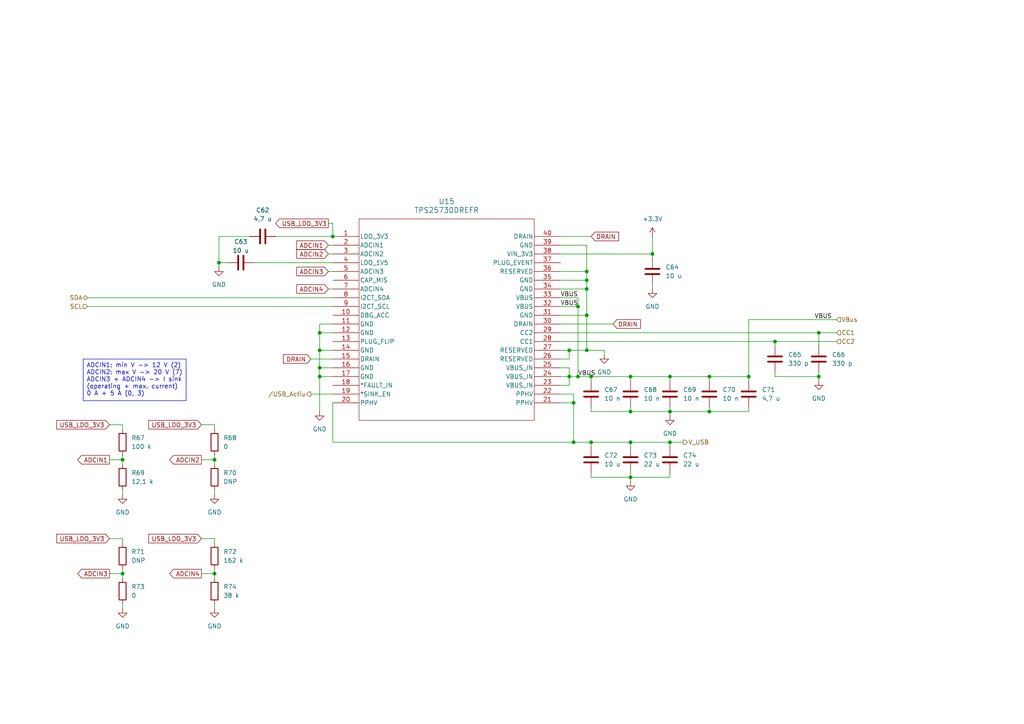
<source format=kicad_sch>
(kicad_sch (version 20231120) (generator "eeschema") (generator_version "8.0")
  (paper "A4")
  (lib_symbols
    (symbol "Device:C" (pin_numbers hide) (pin_names (offset 0.254))
      (property "Reference" "C" (at 0.635 2.54 0))
      (property "Value" "C" (at 0.635 -2.54 0))
      (symbol "C_0_1"
        (polyline (pts (xy -2.032 -0.762) (xy 2.032 -0.762)) (stroke (width 0.508)))
        (polyline (pts (xy -2.032 0.762) (xy 2.032 0.762)) (stroke (width 0.508)))
      )
      (symbol "C_1_1"
        (pin passive line (at 0 3.81 270) (length 2.794) (name "~") (number "1"))
        (pin passive line (at 0 -3.81 90) (length 2.794) (name "~") (number "2"))
      )
    )
    (symbol "Device:R" (pin_numbers hide) (pin_names (offset 0))
      (property "Reference" "R" (at 2.032 0 90))
      (property "Value" "R" (at 0 0 90))
      (symbol "R_0_1"
        (rectangle (start -1.016 -2.54) (end 1.016 2.54) (stroke (width 0.254)))
      )
      (symbol "R_1_1"
        (pin passive line (at 0 3.81 270) (length 1.27) (name "~") (number "1"))
        (pin passive line (at 0 -3.81 90) (length 1.27) (name "~") (number "2"))
      )
    )
    (symbol "TPS25730D:TPS25730DREFR" (pin_names (offset 0.254))
      (property "Reference" "U" (at 33.02 10.16 0))
      (property "Value" "TPS25730DREFR" (at 33.02 7.62 0))
      (symbol "TPS25730DREFR_0_1"
        (polyline (pts (xy 7.62 -53.34) (xy 58.42 -53.34)) (stroke (width 0.127)))
        (polyline (pts (xy 7.62 5.08) (xy 7.62 -53.34)) (stroke (width 0.127)))
        (polyline (pts (xy 58.42 -53.34) (xy 58.42 5.08)) (stroke (width 0.127)))
        (polyline (pts (xy 58.42 5.08) (xy 7.62 5.08)) (stroke (width 0.127)))
        (pin output line (at 0 0 0) (length 7.62) (name "LDO_3V3") (number "1"))
        (pin output line (at 0 -22.86 0) (length 7.62) (name "DBG_ACC") (number "10"))
        (pin power_out line (at 0 -25.4 0) (length 7.62) (name "GND") (number "11"))
        (pin power_out line (at 0 -27.94 0) (length 7.62) (name "GND") (number "12"))
        (pin output line (at 0 -30.48 0) (length 7.62) (name "PLUG_FLIP") (number "13"))
        (pin power_out line (at 0 -33.02 0) (length 7.62) (name "GND") (number "14"))
        (pin unspecified line (at 0 -35.56 0) (length 7.62) (name "DRAIN") (number "15"))
        (pin power_out line (at 0 -38.1 0) (length 7.62) (name "GND") (number "16"))
        (pin power_out line (at 0 -40.64 0) (length 7.62) (name "GND") (number "17"))
        (pin input line (at 0 -43.18 0) (length 7.62) (name "*FAULT_IN") (number "18"))
        (pin output line (at 0 -45.72 0) (length 7.62) (name "*SINK_EN") (number "19"))
        (pin input line (at 0 -2.54 0) (length 7.62) (name "ADCIN1") (number "2"))
        (pin bidirectional line (at 0 -48.26 0) (length 7.62) (name "PPHV") (number "20"))
        (pin bidirectional line (at 66.04 -48.26 180) (length 7.62) (name "PPHV") (number "21"))
        (pin bidirectional line (at 66.04 -45.72 180) (length 7.62) (name "PPHV") (number "22"))
        (pin bidirectional line (at 66.04 -43.18 180) (length 7.62) (name "VBUS_IN") (number "23"))
        (pin bidirectional line (at 66.04 -40.64 180) (length 7.62) (name "VBUS_IN") (number "24"))
        (pin bidirectional line (at 66.04 -38.1 180) (length 7.62) (name "VBUS_IN") (number "25"))
        (pin input line (at 66.04 -35.56 180) (length 7.62) (name "RESERVED") (number "26"))
        (pin input line (at 66.04 -33.02 180) (length 7.62) (name "RESERVED") (number "27"))
        (pin bidirectional line (at 66.04 -30.48 180) (length 7.62) (name "CC1") (number "28"))
        (pin bidirectional line (at 66.04 -27.94 180) (length 7.62) (name "CC2") (number "29"))
        (pin input line (at 0 -5.08 0) (length 7.62) (name "ADCIN2") (number "3"))
        (pin unspecified line (at 66.04 -25.4 180) (length 7.62) (name "DRAIN") (number "30"))
        (pin power_out line (at 66.04 -22.86 180) (length 7.62) (name "GND") (number "31"))
        (pin output line (at 66.04 -20.32 180) (length 7.62) (name "VBUS") (number "32"))
        (pin output line (at 66.04 -17.78 180) (length 7.62) (name "VBUS") (number "33"))
        (pin power_out line (at 66.04 -15.24 180) (length 7.62) (name "GND") (number "34"))
        (pin power_out line (at 66.04 -12.7 180) (length 7.62) (name "GND") (number "35"))
        (pin input line (at 66.04 -10.16 180) (length 7.62) (name "RESERVED") (number "36"))
        (pin output line (at 66.04 -7.62 180) (length 7.62) (name "PLUG_EVENT") (number "37"))
        (pin input line (at 66.04 -5.08 180) (length 7.62) (name "VIN_3V3") (number "38"))
        (pin power_out line (at 66.04 -2.54 180) (length 7.62) (name "GND") (number "39"))
        (pin output line (at 0 -7.62 0) (length 7.62) (name "LDO_1V5") (number "4"))
        (pin unspecified line (at 66.04 0 180) (length 7.62) (name "DRAIN") (number "40"))
        (pin input line (at 0 -10.16 0) (length 7.62) (name "ADCIN3") (number "5"))
        (pin output line (at 0 -12.7 0) (length 7.62) (name "CAP_MIS") (number "6"))
        (pin input line (at 0 -15.24 0) (length 7.62) (name "ADCIN4") (number "7"))
        (pin bidirectional line (at 0 -17.78 0) (length 7.62) (name "I2CT_SDA") (number "8"))
        (pin input line (at 0 -20.32 0) (length 7.62) (name "I2CT_SCL") (number "9"))
      )
    )
    (symbol "power:+3.3V" (power) (pin_numbers hide) (pin_names (offset 0) hide)
      (property "Value" "+3.3V" (at 0 3.556 0))
      (symbol "+3.3V_0_1"
        (polyline (pts (xy -0.762 1.27) (xy 0 2.54)))
        (polyline (pts (xy 0 0) (xy 0 2.54)))
        (polyline (pts (xy 0 2.54) (xy 0.762 1.27)))
      )
      (symbol "+3.3V_1_1"
        (pin power_in line (at 0 0 90) (length 0) (name "~") (number "1"))
      )
    )
    (symbol "power:GND" (power) (pin_numbers hide) (pin_names (offset 0) hide)
      (property "Value" "GND" (at 0 -3.81 0))
      (symbol "GND_0_1"
        (polyline (pts (xy 0 0) (xy 0 -1.27) (xy 1.27 -1.27) (xy 0 -2.54) (xy -1.27 -1.27) (xy 0 -1.27)))
      )
      (symbol "GND_1_1"
        (pin power_in line (at 0 0 270) (length 0) (name "~") (number "1"))
      )
    )
  )
  (junction (at 194.31 119.38))
  (junction (at 35.56 133.35))
  (junction (at 165.1 101.6))
  (junction (at 170.18 81.28))
  (junction (at 205.74 109.22))
  (junction (at 170.18 101.6))
  (junction (at 92.71 101.6))
  (junction (at 182.88 119.38))
  (junction (at 205.74 119.38))
  (junction (at 217.17 109.22))
  (junction (at 62.23 133.35))
  (junction (at 237.49 96.52))
  (junction (at 182.88 109.22))
  (junction (at 35.56 166.37))
  (junction (at 170.18 83.82))
  (junction (at 166.37 116.84))
  (junction (at 92.71 109.22))
  (junction (at 165.1 109.22))
  (junction (at 194.31 128.27))
  (junction (at 62.23 166.37))
  (junction (at 92.71 96.52))
  (junction (at 171.45 109.22))
  (junction (at 170.18 78.74))
  (junction (at 167.64 109.22))
  (junction (at 182.88 128.27))
  (junction (at 182.88 138.43))
  (junction (at 166.37 128.27))
  (junction (at 224.79 99.06))
  (junction (at 171.45 128.27))
  (junction (at 63.5 76.2))
  (junction (at 167.64 88.9))
  (junction (at 194.31 109.22))
  (junction (at 170.18 91.44))
  (junction (at 189.23 73.66))
  (junction (at 92.71 106.68))
  (junction (at 237.49 109.22))
  (junction (at 96.52 68.58))
  (wire (pts (xy 205.74 119.38) (xy 205.74 118.11)))
  (wire (pts (xy 35.56 156.21) (xy 35.56 157.48)))
  (wire (pts (xy 237.49 100.33) (xy 237.49 96.52)))
  (wire (pts (xy 162.56 93.98) (xy 177.8 93.98)))
  (wire (pts (xy 162.56 96.52) (xy 237.49 96.52)))
  (wire (pts (xy 96.52 128.27) (xy 166.37 128.27)))
  (wire (pts (xy 166.37 114.3) (xy 166.37 116.84)))
  (wire (pts (xy 35.56 132.08) (xy 35.56 133.35)))
  (wire (pts (xy 224.79 99.06) (xy 242.57 99.06)))
  (wire (pts (xy 92.71 106.68) (xy 96.52 106.68)))
  (wire (pts (xy 194.31 128.27) (xy 194.31 129.54)))
  (wire (pts (xy 35.56 133.35) (xy 35.56 134.62)))
  (wire (pts (xy 62.23 132.08) (xy 62.23 133.35)))
  (wire (pts (xy 170.18 81.28) (xy 170.18 83.82)))
  (wire (pts (xy 217.17 109.22) (xy 217.17 110.49)))
  (wire (pts (xy 175.26 101.6) (xy 175.26 102.87)))
  (wire (pts (xy 162.56 111.76) (xy 165.1 111.76)))
  (wire (pts (xy 166.37 128.27) (xy 171.45 128.27)))
  (wire (pts (xy 25.4 88.9) (xy 96.52 88.9)))
  (wire (pts (xy 224.79 99.06) (xy 224.79 100.33)))
  (wire (pts (xy 95.25 78.74) (xy 96.52 78.74)))
  (wire (pts (xy 165.1 111.76) (xy 165.1 109.22)))
  (wire (pts (xy 217.17 92.71) (xy 242.57 92.71)))
  (wire (pts (xy 73.66 76.2) (xy 96.52 76.2)))
  (wire (pts (xy 165.1 101.6) (xy 170.18 101.6)))
  (wire (pts (xy 62.23 133.35) (xy 62.23 134.62)))
  (wire (pts (xy 95.25 64.77) (xy 96.52 64.77)))
  (wire (pts (xy 72.39 68.58) (xy 63.5 68.58)))
  (wire (pts (xy 162.56 71.12) (xy 170.18 71.12)))
  (wire (pts (xy 95.25 83.82) (xy 96.52 83.82)))
  (wire (pts (xy 92.71 93.98) (xy 92.71 96.52)))
  (wire (pts (xy 162.56 86.36) (xy 167.64 86.36)))
  (wire (pts (xy 162.56 116.84) (xy 166.37 116.84)))
  (wire (pts (xy 194.31 109.22) (xy 205.74 109.22)))
  (wire (pts (xy 35.56 175.26) (xy 35.56 176.53)))
  (wire (pts (xy 170.18 101.6) (xy 175.26 101.6)))
  (wire (pts (xy 167.64 88.9) (xy 167.64 109.22)))
  (wire (pts (xy 31.75 123.19) (xy 35.56 123.19)))
  (wire (pts (xy 194.31 119.38) (xy 194.31 118.11)))
  (wire (pts (xy 162.56 73.66) (xy 189.23 73.66)))
  (wire (pts (xy 96.52 101.6) (xy 92.71 101.6)))
  (wire (pts (xy 35.56 142.24) (xy 35.56 143.51)))
  (wire (pts (xy 162.56 68.58) (xy 171.45 68.58)))
  (wire (pts (xy 63.5 77.47) (xy 63.5 76.2)))
  (wire (pts (xy 166.37 116.84) (xy 166.37 128.27)))
  (wire (pts (xy 162.56 99.06) (xy 224.79 99.06)))
  (wire (pts (xy 62.23 156.21) (xy 62.23 157.48)))
  (wire (pts (xy 92.71 96.52) (xy 92.71 101.6)))
  (wire (pts (xy 182.88 119.38) (xy 194.31 119.38)))
  (wire (pts (xy 171.45 128.27) (xy 182.88 128.27)))
  (wire (pts (xy 96.52 93.98) (xy 92.71 93.98)))
  (wire (pts (xy 170.18 78.74) (xy 170.18 81.28)))
  (wire (pts (xy 96.52 64.77) (xy 96.52 68.58)))
  (wire (pts (xy 194.31 128.27) (xy 198.12 128.27)))
  (wire (pts (xy 162.56 106.68) (xy 165.1 106.68)))
  (wire (pts (xy 35.56 165.1) (xy 35.56 166.37)))
  (wire (pts (xy 182.88 138.43) (xy 194.31 138.43)))
  (wire (pts (xy 182.88 137.16) (xy 182.88 138.43)))
  (wire (pts (xy 95.25 71.12) (xy 96.52 71.12)))
  (wire (pts (xy 170.18 83.82) (xy 170.18 91.44)))
  (wire (pts (xy 171.45 138.43) (xy 182.88 138.43)))
  (wire (pts (xy 162.56 109.22) (xy 165.1 109.22)))
  (wire (pts (xy 92.71 101.6) (xy 92.71 106.68)))
  (wire (pts (xy 189.23 74.93) (xy 189.23 73.66)))
  (wire (pts (xy 182.88 109.22) (xy 182.88 110.49)))
  (wire (pts (xy 182.88 128.27) (xy 182.88 129.54)))
  (wire (pts (xy 237.49 109.22) (xy 237.49 107.95)))
  (wire (pts (xy 194.31 109.22) (xy 194.31 110.49)))
  (wire (pts (xy 182.88 119.38) (xy 182.88 118.11)))
  (wire (pts (xy 224.79 109.22) (xy 237.49 109.22)))
  (wire (pts (xy 217.17 119.38) (xy 217.17 118.11)))
  (wire (pts (xy 92.71 109.22) (xy 96.52 109.22)))
  (wire (pts (xy 25.4 86.36) (xy 96.52 86.36)))
  (wire (pts (xy 189.23 68.58) (xy 189.23 73.66)))
  (wire (pts (xy 182.88 128.27) (xy 194.31 128.27)))
  (wire (pts (xy 171.45 119.38) (xy 171.45 118.11)))
  (wire (pts (xy 58.42 156.21) (xy 62.23 156.21)))
  (wire (pts (xy 162.56 81.28) (xy 170.18 81.28)))
  (wire (pts (xy 171.45 129.54) (xy 171.45 128.27)))
  (wire (pts (xy 194.31 138.43) (xy 194.31 137.16)))
  (wire (pts (xy 237.49 96.52) (xy 242.57 96.52)))
  (wire (pts (xy 171.45 119.38) (xy 182.88 119.38)))
  (wire (pts (xy 96.52 96.52) (xy 92.71 96.52)))
  (wire (pts (xy 62.23 165.1) (xy 62.23 166.37)))
  (wire (pts (xy 165.1 106.68) (xy 165.1 109.22)))
  (wire (pts (xy 189.23 83.82) (xy 189.23 82.55)))
  (wire (pts (xy 167.64 86.36) (xy 167.64 88.9)))
  (wire (pts (xy 205.74 109.22) (xy 217.17 109.22)))
  (wire (pts (xy 62.23 142.24) (xy 62.23 143.51)))
  (wire (pts (xy 31.75 166.37) (xy 35.56 166.37)))
  (wire (pts (xy 92.71 109.22) (xy 92.71 106.68)))
  (wire (pts (xy 62.23 175.26) (xy 62.23 176.53)))
  (wire (pts (xy 171.45 109.22) (xy 182.88 109.22)))
  (wire (pts (xy 170.18 71.12) (xy 170.18 78.74)))
  (wire (pts (xy 35.56 166.37) (xy 35.56 167.64)))
  (wire (pts (xy 170.18 101.6) (xy 170.18 91.44)))
  (wire (pts (xy 162.56 114.3) (xy 166.37 114.3)))
  (wire (pts (xy 194.31 120.65) (xy 194.31 119.38)))
  (wire (pts (xy 162.56 104.14) (xy 165.1 104.14)))
  (wire (pts (xy 95.25 73.66) (xy 96.52 73.66)))
  (wire (pts (xy 62.23 123.19) (xy 62.23 124.46)))
  (wire (pts (xy 62.23 166.37) (xy 62.23 167.64)))
  (wire (pts (xy 165.1 109.22) (xy 167.64 109.22)))
  (wire (pts (xy 80.01 68.58) (xy 96.52 68.58)))
  (wire (pts (xy 170.18 91.44) (xy 162.56 91.44)))
  (wire (pts (xy 205.74 119.38) (xy 217.17 119.38)))
  (wire (pts (xy 35.56 123.19) (xy 35.56 124.46)))
  (wire (pts (xy 58.42 133.35) (xy 62.23 133.35)))
  (wire (pts (xy 171.45 110.49) (xy 171.45 109.22)))
  (wire (pts (xy 96.52 116.84) (xy 96.52 128.27)))
  (wire (pts (xy 58.42 123.19) (xy 62.23 123.19)))
  (wire (pts (xy 31.75 156.21) (xy 35.56 156.21)))
  (wire (pts (xy 92.71 119.38) (xy 92.71 109.22)))
  (wire (pts (xy 205.74 109.22) (xy 205.74 110.49)))
  (wire (pts (xy 35.56 133.35) (xy 31.75 133.35)))
  (wire (pts (xy 165.1 104.14) (xy 165.1 101.6)))
  (wire (pts (xy 224.79 107.95) (xy 224.79 109.22)))
  (wire (pts (xy 162.56 83.82) (xy 170.18 83.82)))
  (wire (pts (xy 217.17 92.71) (xy 217.17 109.22)))
  (wire (pts (xy 182.88 139.7) (xy 182.88 138.43)))
  (wire (pts (xy 162.56 78.74) (xy 170.18 78.74)))
  (wire (pts (xy 162.56 101.6) (xy 165.1 101.6)))
  (wire (pts (xy 194.31 119.38) (xy 205.74 119.38)))
  (wire (pts (xy 237.49 110.49) (xy 237.49 109.22)))
  (wire (pts (xy 90.17 114.3) (xy 96.52 114.3)))
  (wire (pts (xy 162.56 88.9) (xy 167.64 88.9)))
  (wire (pts (xy 63.5 68.58) (xy 63.5 76.2)))
  (wire (pts (xy 63.5 76.2) (xy 66.04 76.2)))
  (wire (pts (xy 182.88 109.22) (xy 194.31 109.22)))
  (wire (pts (xy 167.64 109.22) (xy 171.45 109.22)))
  (wire (pts (xy 171.45 137.16) (xy 171.45 138.43)))
  (wire (pts (xy 90.17 104.14) (xy 96.52 104.14)))
  (wire (pts (xy 58.42 166.37) (xy 62.23 166.37)))
  (text_box "ADCIN1: min V -> 12 V (2)\nADCIN2: max V -> 20 V (7)\nADCIN3 + ADCIN4 -> I sink\n(operating + max. current)\n0 A + 5 A (0, 3)\n" (at 24.13 104.14 0) (size 29.845 12.065) (effects (font (size 1.27 1.27)) (justify left top)))
  (label "VBUS" (at 162.56 88.9 0))
  (label "VBUS" (at 167.64 109.22 0))
  (label "VBUS" (at 162.56 86.36 0))
  (label "VBUS" (at 241.3 92.71 180))
  (global_label "USB_LDO_3V3" (shape input) (at 31.75 123.19 180) (property "Intersheetrefs" "${INTERSHEET_REFS}" (effects (hide yes))))
  (global_label "ADCIN4" (shape output) (at 58.42 166.37 180) (property "Intersheetrefs" "${INTERSHEET_REFS}" (effects (hide yes))))
  (global_label "USB_LDO_3V3" (shape input) (at 58.42 156.21 180) (property "Intersheetrefs" "${INTERSHEET_REFS}" (effects (hide yes))))
  (global_label "DRAIN" (shape input) (at 177.8 93.98 0) (property "Intersheetrefs" "${INTERSHEET_REFS}" (effects (hide yes))))
  (global_label "USB_LDO_3V3" (shape input) (at 58.42 123.19 180) (property "Intersheetrefs" "${INTERSHEET_REFS}" (effects (hide yes))))
  (global_label "USB_LDO_3V3" (shape output) (at 95.25 64.77 180) (property "Intersheetrefs" "${INTERSHEET_REFS}" (effects (hide yes))))
  (global_label "ADCIN3" (shape input) (at 95.25 78.74 180) (property "Intersheetrefs" "${INTERSHEET_REFS}" (effects (hide yes))))
  (global_label "DRAIN" (shape input) (at 171.45 68.58 0) (property "Intersheetrefs" "${INTERSHEET_REFS}" (effects (hide yes))))
  (global_label "ADCIN3" (shape output) (at 31.75 166.37 180) (property "Intersheetrefs" "${INTERSHEET_REFS}" (effects (hide yes))))
  (global_label "ADCIN4" (shape input) (at 95.25 83.82 180) (property "Intersheetrefs" "${INTERSHEET_REFS}" (effects (hide yes))))
  (global_label "ADCIN1" (shape input) (at 95.25 71.12 180) (property "Intersheetrefs" "${INTERSHEET_REFS}" (effects (hide yes))))
  (global_label "ADCIN2" (shape output) (at 58.42 133.35 180) (property "Intersheetrefs" "${INTERSHEET_REFS}" (effects (hide yes))))
  (global_label "ADCIN1" (shape output) (at 31.75 133.35 180) (property "Intersheetrefs" "${INTERSHEET_REFS}" (effects (hide yes))))
  (global_label "ADCIN2" (shape input) (at 95.25 73.66 180) (property "Intersheetrefs" "${INTERSHEET_REFS}" (effects (hide yes))))
  (global_label "USB_LDO_3V3" (shape input) (at 31.75 156.21 180) (property "Intersheetrefs" "${INTERSHEET_REFS}" (effects (hide yes))))
  (global_label "DRAIN" (shape input) (at 90.17 104.14 180) (property "Intersheetrefs" "${INTERSHEET_REFS}" (effects (hide yes))))
  (hierarchical_label "VBus" (shape input) (at 242.57 92.71 0))
  (hierarchical_label "CC1" (shape input) (at 242.57 96.52 0))
  (hierarchical_label "V_USB" (shape output) (at 198.12 128.27 0))
  (hierarchical_label "CC2" (shape input) (at 242.57 99.06 0))
  (hierarchical_label "SCL" (shape input) (at 25.4 88.9 180))
  (hierarchical_label "SDA" (shape bidirectional) (at 25.4 86.36 180))
  (hierarchical_label "{slash}USB_Actiu" (shape output) (at 90.17 114.3 180))
  (symbol (lib_id "power:GND") (at 237.49 110.49 0) (unit 1)
    (property "Reference" "#PWR0125" (effects (hide yes)))
    (property "Value" "GND" (at 237.49 115.57 0))
    (property "Description" "Power symbol creates a global label with name \"GND\" , ground" (effects (hide yes)))
  )
  (symbol (lib_id "power:GND") (at 92.71 119.38 0) (unit 1)
    (property "Reference" "#PWR0126" (effects (hide yes)))
    (property "Value" "GND" (at 92.71 124.46 0))
    (property "Description" "Power symbol creates a global label with name \"GND\" , ground" (effects (hide yes)))
  )
  (symbol (lib_id "Device:R") (at 62.23 171.45 0) (unit 1)
    (property "Reference" "R74" (at 64.77 170.1799 0) (effects (justify left)))
    (property "Value" "38 k" (at 64.77 172.7199 0) (effects (justify left)))
    (property "Footprint" "Resistor_SMD:R_0603_1608Metric_Pad0.98x0.95mm_HandSolder" (effects (hide yes)))
    (property "Description" "Resistor" (effects (hide yes)))
  )
  (symbol (lib_id "Device:C") (at 69.85 76.2 270) (unit 1)
    (property "Reference" "C63" (at 69.85 70.104 90))
    (property "Value" "10 u" (at 69.85 72.644 90))
    (property "Footprint" "Capacitor_SMD:C_0603_1608Metric_Pad1.08x0.95mm_HandSolder" (effects (hide yes)))
    (property "Description" "Unpolarized capacitor" (effects (hide yes)))
  )
  (symbol (lib_id "Device:C") (at 224.79 104.14 0) (unit 1)
    (property "Reference" "C65" (at 228.6 102.8699 0) (effects (justify left)))
    (property "Value" "330 p" (at 228.6 105.4099 0) (effects (justify left)))
    (property "Footprint" "Capacitor_SMD:C_0603_1608Metric_Pad1.08x0.95mm_HandSolder" (effects (hide yes)))
    (property "Description" "Unpolarized capacitor" (effects (hide yes)))
  )
  (symbol (lib_id "power:GND") (at 62.23 143.51 0) (unit 1)
    (property "Reference" "#PWR0130" (effects (hide yes)))
    (property "Value" "GND" (at 62.23 148.59 0))
    (property "Description" "Power symbol creates a global label with name \"GND\" , ground" (effects (hide yes)))
  )
  (symbol (lib_id "Device:C") (at 194.31 114.3 0) (unit 1)
    (property "Reference" "C69" (at 198.12 113.0299 0) (effects (justify left)))
    (property "Value" "10 n" (at 198.12 115.5699 0) (effects (justify left)))
    (property "Footprint" "Capacitor_SMD:C_0603_1608Metric_Pad1.08x0.95mm_HandSolder" (effects (hide yes)))
    (property "Description" "Unpolarized capacitor" (effects (hide yes)))
  )
  (symbol (lib_id "power:+3.3V") (at 189.23 68.58 0) (unit 1)
    (property "Reference" "#PWR0121" (effects (hide yes)))
    (property "Value" "+3.3V" (at 189.23 63.5 0))
    (property "Description" "Power symbol creates a global label with name \"+3.3V\"" (effects (hide yes)))
  )
  (symbol (lib_id "Device:R") (at 62.23 161.29 0) (unit 1)
    (property "Reference" "R72" (at 64.77 160.0199 0) (effects (justify left)))
    (property "Value" "162 k" (at 64.77 162.5599 0) (effects (justify left)))
    (property "Footprint" "Resistor_SMD:R_0603_1608Metric_Pad0.98x0.95mm_HandSolder" (effects (hide yes)))
    (property "Description" "Resistor" (effects (hide yes)))
  )
  (symbol (lib_id "Device:C") (at 76.2 68.58 90) (unit 1)
    (property "Reference" "C62" (at 76.2 60.96 90))
    (property "Value" "4,7 u" (at 76.2 63.5 90))
    (property "Footprint" "Capacitor_SMD:C_0603_1608Metric_Pad1.08x0.95mm_HandSolder" (effects (hide yes)))
    (property "Description" "Unpolarized capacitor" (effects (hide yes)))
  )
  (symbol (lib_id "power:GND") (at 35.56 143.51 0) (unit 1)
    (property "Reference" "#PWR0129" (effects (hide yes)))
    (property "Value" "GND" (at 35.56 148.59 0))
    (property "Description" "Power symbol creates a global label with name \"GND\" , ground" (effects (hide yes)))
  )
  (symbol (lib_id "power:GND") (at 63.5 77.47 0) (unit 1)
    (property "Reference" "#PWR0122" (effects (hide yes)))
    (property "Value" "GND" (at 63.5 82.55 0))
    (property "Description" "Power symbol creates a global label with name \"GND\" , ground" (effects (hide yes)))
  )
  (symbol (lib_id "Device:R") (at 62.23 138.43 0) (unit 1)
    (property "Reference" "R70" (at 64.77 137.1599 0) (effects (justify left)))
    (property "Value" "DNP" (at 64.77 139.6999 0) (effects (justify left)))
    (property "Footprint" "Resistor_SMD:R_0603_1608Metric_Pad0.98x0.95mm_HandSolder" (effects (hide yes)))
    (property "Description" "Resistor" (effects (hide yes)))
  )
  (symbol (lib_id "TPS25730D:TPS25730DREFR") (at 96.52 68.58 0) (unit 1)
    (property "Reference" "U15" (at 129.54 58.42 0) (effects (font (size 1.524 1.524))))
    (property "Value" "TPS25730DREFR" (at 129.54 60.96 0) (effects (font (size 1.524 1.524))))
    (property "Footprint" "WQFN38_REF_TEX" (effects (hide yes)))
    (property "Datasheet" "TPS25730DREFR" (effects (hide yes)))
  )
  (symbol (lib_id "Device:C") (at 217.17 114.3 0) (unit 1)
    (property "Reference" "C71" (at 220.98 113.0299 0) (effects (justify left)))
    (property "Value" "4,7 u" (at 220.98 115.5699 0) (effects (justify left)))
    (property "Footprint" "Capacitor_SMD:C_0603_1608Metric_Pad1.08x0.95mm_HandSolder" (effects (hide yes)))
    (property "Description" "Unpolarized capacitor" (effects (hide yes)))
  )
  (symbol (lib_id "Device:C") (at 182.88 114.3 0) (unit 1)
    (property "Reference" "C68" (at 186.69 113.0299 0) (effects (justify left)))
    (property "Value" "10 n" (at 186.69 115.5699 0) (effects (justify left)))
    (property "Footprint" "Capacitor_SMD:C_0603_1608Metric_Pad1.08x0.95mm_HandSolder" (effects (hide yes)))
    (property "Description" "Unpolarized capacitor" (effects (hide yes)))
  )
  (symbol (lib_id "power:GND") (at 189.23 83.82 0) (unit 1)
    (property "Reference" "#PWR0123" (effects (hide yes)))
    (property "Value" "GND" (at 189.23 88.9 0))
    (property "Description" "Power symbol creates a global label with name \"GND\" , ground" (effects (hide yes)))
  )
  (symbol (lib_id "Device:R") (at 35.56 128.27 0) (unit 1)
    (property "Reference" "R67" (at 38.1 126.9999 0) (effects (justify left)))
    (property "Value" "100 k" (at 38.1 129.5399 0) (effects (justify left)))
    (property "Footprint" "Resistor_SMD:R_0603_1608Metric_Pad0.98x0.95mm_HandSolder" (effects (hide yes)))
    (property "Description" "Resistor" (effects (hide yes)))
  )
  (symbol (lib_id "Device:C") (at 237.49 104.14 0) (unit 1)
    (property "Reference" "C66" (at 241.3 102.8699 0) (effects (justify left)))
    (property "Value" "330 p" (at 241.3 105.4099 0) (effects (justify left)))
    (property "Footprint" "Capacitor_SMD:C_0603_1608Metric_Pad1.08x0.95mm_HandSolder" (effects (hide yes)))
    (property "Description" "Unpolarized capacitor" (effects (hide yes)))
  )
  (symbol (lib_id "power:GND") (at 194.31 120.65 0) (unit 1)
    (property "Reference" "#PWR0127" (effects (hide yes)))
    (property "Value" "GND" (at 194.31 125.73 0))
    (property "Description" "Power symbol creates a global label with name \"GND\" , ground" (effects (hide yes)))
  )
  (symbol (lib_id "Device:R") (at 35.56 161.29 0) (unit 1)
    (property "Reference" "R71" (at 38.1 160.0199 0) (effects (justify left)))
    (property "Value" "DNP" (at 38.1 162.5599 0) (effects (justify left)))
    (property "Footprint" "Resistor_SMD:R_0603_1608Metric_Pad0.98x0.95mm_HandSolder" (effects (hide yes)))
    (property "Description" "Resistor" (effects (hide yes)))
  )
  (symbol (lib_id "Device:C") (at 171.45 114.3 0) (unit 1)
    (property "Reference" "C67" (at 175.26 113.0299 0) (effects (justify left)))
    (property "Value" "10 n" (at 175.26 115.5699 0) (effects (justify left)))
    (property "Footprint" "Capacitor_SMD:C_0603_1608Metric_Pad1.08x0.95mm_HandSolder" (effects (hide yes)))
    (property "Description" "Unpolarized capacitor" (effects (hide yes)))
  )
  (symbol (lib_id "power:GND") (at 175.26 102.87 0) (unit 1)
    (property "Reference" "#PWR0124" (effects (hide yes)))
    (property "Value" "GND" (at 175.26 107.95 0))
    (property "Description" "Power symbol creates a global label with name \"GND\" , ground" (effects (hide yes)))
  )
  (symbol (lib_id "Device:R") (at 35.56 138.43 0) (unit 1)
    (property "Reference" "R69" (at 38.1 137.1599 0) (effects (justify left)))
    (property "Value" "12,1 k" (at 38.1 139.6999 0) (effects (justify left)))
    (property "Footprint" "Resistor_SMD:R_0603_1608Metric_Pad0.98x0.95mm_HandSolder" (effects (hide yes)))
    (property "Description" "Resistor" (effects (hide yes)))
  )
  (symbol (lib_id "power:GND") (at 182.88 139.7 0) (unit 1)
    (property "Reference" "#PWR0128" (effects (hide yes)))
    (property "Value" "GND" (at 182.88 144.78 0))
    (property "Description" "Power symbol creates a global label with name \"GND\" , ground" (effects (hide yes)))
  )
  (symbol (lib_id "power:GND") (at 62.23 176.53 0) (unit 1)
    (property "Reference" "#PWR0132" (effects (hide yes)))
    (property "Value" "GND" (at 62.23 181.61 0))
    (property "Description" "Power symbol creates a global label with name \"GND\" , ground" (effects (hide yes)))
  )
  (symbol (lib_id "Device:C") (at 205.74 114.3 0) (unit 1)
    (property "Reference" "C70" (at 209.55 113.0299 0) (effects (justify left)))
    (property "Value" "10 n" (at 209.55 115.5699 0) (effects (justify left)))
    (property "Footprint" "Capacitor_SMD:C_0603_1608Metric_Pad1.08x0.95mm_HandSolder" (effects (hide yes)))
    (property "Description" "Unpolarized capacitor" (effects (hide yes)))
  )
  (symbol (lib_id "Device:C") (at 194.31 133.35 0) (unit 1)
    (property "Reference" "C74" (at 198.12 132.0799 0) (effects (justify left)))
    (property "Value" "22 u" (at 198.12 134.6199 0) (effects (justify left)))
    (property "Footprint" "Capacitor_SMD:C_0805_2012Metric_Pad1.18x1.45mm_HandSolder" (effects (hide yes)))
    (property "Description" "Unpolarized capacitor" (effects (hide yes)))
  )
  (symbol (lib_id "Device:R") (at 35.56 171.45 0) (unit 1)
    (property "Reference" "R73" (at 38.1 170.1799 0) (effects (justify left)))
    (property "Value" "0" (at 38.1 172.7199 0) (effects (justify left)))
    (property "Footprint" "Resistor_SMD:R_0603_1608Metric_Pad0.98x0.95mm_HandSolder" (effects (hide yes)))
    (property "Description" "Resistor" (effects (hide yes)))
  )
  (symbol (lib_id "Device:C") (at 182.88 133.35 0) (unit 1)
    (property "Reference" "C73" (at 186.69 132.0799 0) (effects (justify left)))
    (property "Value" "22 u" (at 186.69 134.6199 0) (effects (justify left)))
    (property "Footprint" "Capacitor_SMD:C_0805_2012Metric_Pad1.18x1.45mm_HandSolder" (effects (hide yes)))
    (property "Description" "Unpolarized capacitor" (effects (hide yes)))
  )
  (symbol (lib_id "power:GND") (at 35.56 176.53 0) (unit 1)
    (property "Reference" "#PWR0131" (effects (hide yes)))
    (property "Value" "GND" (at 35.56 181.61 0))
    (property "Description" "Power symbol creates a global label with name \"GND\" , ground" (effects (hide yes)))
  )
  (symbol (lib_id "Device:C") (at 189.23 78.74 180) (unit 1)
    (property "Reference" "C64" (at 193.04 77.4699 0) (effects (justify right)))
    (property "Value" "10 u" (at 193.04 80.0099 0) (effects (justify right)))
    (property "Footprint" "Capacitor_SMD:C_0603_1608Metric_Pad1.08x0.95mm_HandSolder" (effects (hide yes)))
    (property "Description" "Unpolarized capacitor" (effects (hide yes)))
  )
  (symbol (lib_id "Device:R") (at 62.23 128.27 0) (unit 1)
    (property "Reference" "R68" (at 64.77 126.9999 0) (effects (justify left)))
    (property "Value" "0" (at 64.77 129.5399 0) (effects (justify left)))
    (property "Footprint" "Resistor_SMD:R_0603_1608Metric_Pad0.98x0.95mm_HandSolder" (effects (hide yes)))
    (property "Description" "Resistor" (effects (hide yes)))
  )
  (symbol (lib_id "Device:C") (at 171.45 133.35 0) (unit 1)
    (property "Reference" "C72" (at 175.26 132.0799 0) (effects (justify left)))
    (property "Value" "10 u" (at 175.26 134.6199 0) (effects (justify left)))
    (property "Footprint" "Capacitor_SMD:C_0603_1608Metric_Pad1.08x0.95mm_HandSolder" (effects (hide yes)))
    (property "Description" "Unpolarized capacitor" (effects (hide yes)))
  )
)
</source>
